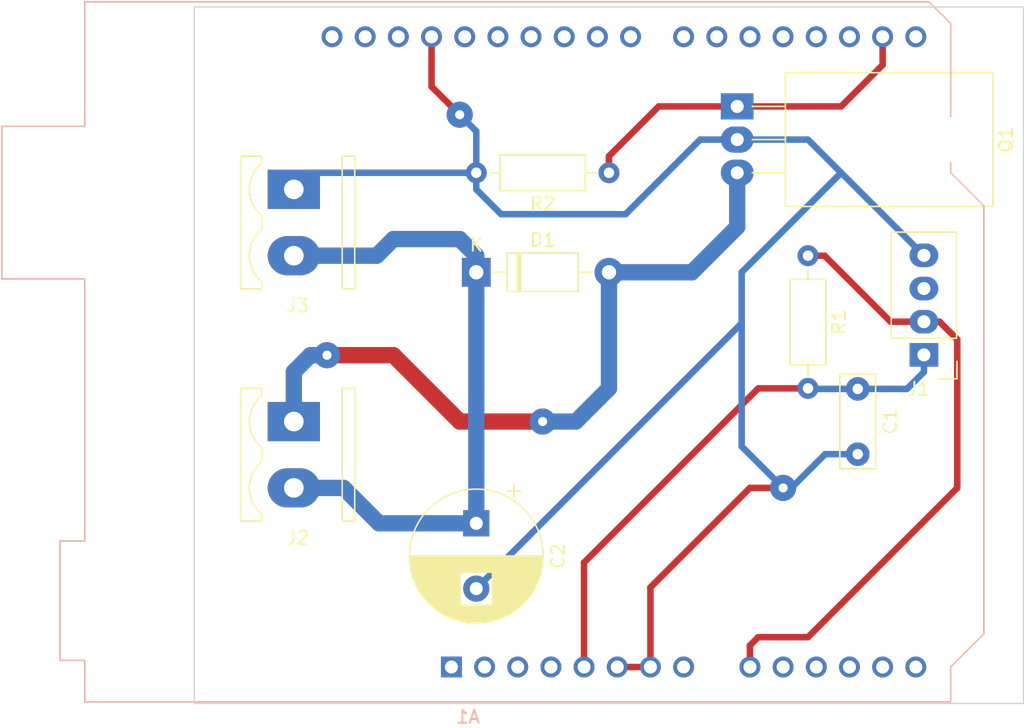
<source format=kicad_pcb>
(kicad_pcb (version 20211014) (generator pcbnew)
  (layers (0 "F.Cu" signal) (31 "B.Cu" signal) (34 "B.Paste" user) (35 "F.Paste" user) (36 "B.SilkS" user "B.Silkscreen") (37 "F.SilkS" user "F.Silkscreen") (38 "B.Mask" user) (39 "F.Mask" user) (44 "Edge.Cuts" user))
  (net 0 "")
  (net 1 "+12V")
  (net 2 "Net-(D1-Pad2)")
  (net 6 "GND")
  (net 9 "/5V")
  (net 10 "/A0")
  (net 19 "/D1")
  (footprint "FootprintGamelGe2_v6:CP_Radial_D10.0mm_P5.00mm" (layer "F.Cu") (at 217.17 91.612323 -90)
    (fp_text reference "C2" (at 2.5 -6.25 90) (layer "F.SilkS"))
    (fp_text value "Cp")
    (fp_line (start 5.621 -4.02) (end 5.621 -1.241) (layer "F.SilkS") (width 0.12))
    (fp_line (start 6.181 1.241) (end 6.181 3.52) (layer "F.SilkS") (width 0.12))
    (fp_line (start 2.5 -5.08) (end 2.5 5.08) (layer "F.SilkS") (width 0.12))
    (fp_line (start 5.301 1.241) (end 5.301 4.247) (layer "F.SilkS") (width 0.12))
    (fp_line (start 4.141 -4.811) (end 4.141 -1.241) (layer "F.SilkS") (width 0.12))
    (fp_line (start 4.381 -4.723) (end 4.381 -1.241) (layer "F.SilkS") (width 0.12))
    (fp_line (start 4.301 -4.754) (end 4.301 -1.241) (layer "F.SilkS") (width 0.12))
    (fp_line (start 6.141 1.241) (end 6.141 3.561) (layer "F.SilkS") (width 0.12))
    (fp_line (start 4.941 -4.462) (end 4.941 -1.241) (layer "F.SilkS") (width 0.12))
    (fp_line (start 4.101 1.241) (end 4.101 4.824) (layer "F.SilkS") (width 0.12))
    (fp_line (start 4.501 -4.674) (end 4.501 -1.241) (layer "F.SilkS") (width 0.12))
    (fp_line (start 3.581 -4.965) (end 3.581 4.965) (layer "F.SilkS") (width 0.12))
    (fp_line (start 4.381 1.241) (end 4.381 4.723) (layer "F.SilkS") (width 0.12))
    (fp_line (start 5.821 1.241) (end 5.821 3.858) (layer "F.SilkS") (width 0.12))
    (fp_line (start 6.061 -3.64) (end 6.061 -1.241) (layer "F.SilkS") (width 0.12))
    (fp_line (start 5.941 -3.753) (end 5.941 -1.241) (layer "F.SilkS") (width 0.12))
    (fp_line (start 5.141 -4.347) (end 5.141 -1.241) (layer "F.SilkS") (width 0.12))
    (fp_line (start 3.341 -5.011) (end 3.341 5.011) (layer "F.SilkS") (width 0.12))
    (fp_line (start 4.061 1.241) (end 4.061 4.837) (layer "F.SilkS") (width 0.12))
    (fp_line (start 4.981 -4.44) (end 4.981 -1.241) (layer "F.SilkS") (width 0.12))
    (fp_line (start 4.861 -4.504) (end 4.861 -1.241) (layer "F.SilkS") (width 0.12))
    (fp_line (start 5.421 -4.166) (end 5.421 -1.241) (layer "F.SilkS") (width 0.12))
    (fp_line (start 5.701 1.241) (end 5.701 3.957) (layer "F.SilkS") (width 0.12))
    (fp_line (start 6.901 -2.579) (end 6.901 2.579) (layer "F.SilkS") (width 0.12))
    (fp_line (start 4.061 -4.837) (end 4.061 -1.241) (layer "F.SilkS") (width 0.12))
    (fp_line (start 5.661 1.241) (end 5.661 3.989) (layer "F.SilkS") (width 0.12))
    (fp_line (start 4.421 -4.707) (end 4.421 -1.241) (layer "F.SilkS") (width 0.12))
    (fp_line (start 4.901 -4.483) (end 4.901 -1.241) (layer "F.SilkS") (width 0.12))
    (fp_line (start 4.661 1.241) (end 4.661 4.603) (layer "F.SilkS") (width 0.12))
    (fp_line (start 2.74 -5.075) (end 2.74 5.075) (layer "F.SilkS") (width 0.12))
    (fp_line (start 5.261 -4.273) (end 5.261 -1.241) (layer "F.SilkS") (width 0.12))
    (fp_line (start 4.541 -4.657) (end 4.541 -1.241) (layer "F.SilkS") (width 0.12))
    (fp_line (start 6.381 -3.301) (end 6.381 3.301) (layer "F.SilkS") (width 0.12))
    (fp_line (start 4.421 1.241) (end 4.421 4.707) (layer "F.SilkS") (width 0.12))
    (fp_line (start 5.341 -4.221) (end 5.341 -1.241) (layer "F.SilkS") (width 0.12))
    (fp_line (start 4.581 1.241) (end 4.581 4.639) (layer "F.SilkS") (width 0.12))
    (fp_line (start 6.741 -2.83) (end 6.741 2.83) (layer "F.SilkS") (width 0.12))
    (fp_line (start 4.341 1.241) (end 4.341 4.738) (layer "F.SilkS") (width 0.12))
    (fp_line (start 5.741 -3.925) (end 5.741 -1.241) (layer "F.SilkS") (width 0.12))
    (fp_line (start 3.14 -5.04) (end 3.14 5.04) (layer "F.SilkS") (width 0.12))
    (fp_line (start 3.461 -4.99) (end 3.461 4.99) (layer "F.SilkS") (width 0.12))
    (fp_line (start 4.621 1.241) (end 4.621 4.621) (layer "F.SilkS") (width 0.12))
    (fp_line (start 5.941 1.241) (end 5.941 3.753) (layer "F.SilkS") (width 0.12))
    (fp_line (start 3.981 1.241) (end 3.981 4.862) (layer "F.SilkS") (width 0.12))
    (fp_line (start 4.301 1.241) (end 4.301 4.754) (layer "F.SilkS") (width 0.12))
    (fp_line (start 3.381 -5.004) (end 3.381 5.004) (layer "F.SilkS") (width 0.12))
    (fp_line (start 5.181 -4.323) (end 5.181 -1.241) (layer "F.SilkS") (width 0.12))
    (fp_line (start 7.021 -2.365) (end 7.021 2.365) (layer "F.SilkS") (width 0.12))
    (fp_line (start 3.02 -5.054) (end 3.02 5.054) (layer "F.SilkS") (width 0.12))
    (fp_line (start 4.461 1.241) (end 4.461 4.69) (layer "F.SilkS") (width 0.12))
    (fp_line (start 2.78 -5.073) (end 2.78 5.073) (layer "F.SilkS") (width 0.12))
    (fp_line (start 5.461 -4.138) (end 5.461 -1.241) (layer "F.SilkS") (width 0.12))
    (fp_line (start 7.381 -1.51) (end 7.381 1.51) (layer "F.SilkS") (width 0.12))
    (fp_line (start 5.741 1.241) (end 5.741 3.925) (layer "F.SilkS") (width 0.12))
    (fp_line (start 3.901 1.241) (end 3.901 4.885) (layer "F.SilkS") (width 0.12))
    (fp_line (start 2.58 -5.08) (end 2.58 5.08) (layer "F.SilkS") (width 0.12))
    (fp_line (start 5.541 -4.08) (end 5.541 -1.241) (layer "F.SilkS") (width 0.12))
    (fp_line (start 5.421 1.241) (end 5.421 4.166) (layer "F.SilkS") (width 0.12))
    (fp_line (start 5.381 1.241) (end 5.381 4.194) (layer "F.SilkS") (width 0.12))
    (fp_line (start 7.301 -1.742) (end 7.301 1.742) (layer "F.SilkS") (width 0.12))
    (fp_line (start 6.581 -3.054) (end 6.581 3.054) (layer "F.SilkS") (width 0.12))
    (fp_line (start 5.141 1.241) (end 5.141 4.347) (layer "F.SilkS") (width 0.12))
    (fp_line (start 5.581 1.241) (end 5.581 4.05) (layer "F.SilkS") (width 0.12))
    (fp_line (start 5.981 1.241) (end 5.981 3.716) (layer "F.SilkS") (width 0.12))
    (fp_line (start 3.06 -5.05) (end 3.06 5.05) (layer "F.SilkS") (width 0.12))
    (fp_line (start 7.341 -1.63) (end 7.341 1.63) (layer "F.SilkS") (width 0.12))
    (fp_line (start 5.861 1.241) (end 5.861 3.824) (layer "F.SilkS") (width 0.12))
    (fp_line (start 4.781 1.241) (end 4.781 4.545) (layer "F.SilkS") (width 0.12))
    (fp_line (start 6.221 1.241) (end 6.221 3.478) (layer "F.SilkS") (width 0.12))
    (fp_line (start 4.781 -4.545) (end 4.781 -1.241) (layer "F.SilkS") (width 0.12))
    (fp_line (start 5.461 1.241) (end 5.461 4.138) (layer "F.SilkS") (width 0.12))
    (fp_line (start 5.021 1.241) (end 5.021 4.417) (layer "F.SilkS") (width 0.12))
    (fp_line (start 3.821 -4.907) (end 3.821 -1.241) (layer "F.SilkS") (width 0.12))
    (fp_line (start 2.94 -5.062) (end 2.94 5.062) (layer "F.SilkS") (width 0.12))
    (fp_line (start 4.941 1.241) (end 4.941 4.462) (layer "F.SilkS") (width 0.12))
    (fp_line (start 4.661 -4.603) (end 4.661 -1.241) (layer "F.SilkS") (width 0.12))
    (fp_line (start 3.501 -4.982) (end 3.501 4.982) (layer "F.SilkS") (width 0.12))
    (fp_line (start 5.821 -3.858) (end 5.821 -1.241) (layer "F.SilkS") (width 0.12))
    (fp_line (start 7.581 -0.599) (end 7.581 0.599) (layer "F.SilkS") (width 0.12))
    (fp_line (start 3.661 -4.947) (end 3.661 4.947) (layer "F.SilkS") (width 0.12))
    (fp_line (start 3.981 -4.862) (end 3.981 -1.241) (layer "F.SilkS") (width 0.12))
    (fp_line (start 4.221 -4.783) (end 4.221 -1.241) (layer "F.SilkS") (width 0.12))
    (fp_line (start 7.501 -1.062) (end 7.501 1.062) (layer "F.SilkS") (width 0.12))
    (fp_line (start 7.221 -1.944) (end 7.221 1.944) (layer "F.SilkS") (width 0.12))
    (fp_line (start 4.021 1.241) (end 4.021 4.85) (layer "F.SilkS") (width 0.12))
    (fp_line (start 4.901 1.241) (end 4.901 4.483) (layer "F.SilkS") (width 0.12))
    (fp_line (start 3.701 -4.938) (end 3.701 4.938) (layer "F.SilkS") (width 0.12))
    (fp_line (start 5.021 -4.417) (end 5.021 -1.241) (layer "F.SilkS") (width 0.12))
    (fp_line (start 6.221 -3.478) (end 6.221 -1.241) (layer "F.SilkS") (width 0.12))
    (fp_line (start 4.261 1.241) (end 4.261 4.768) (layer "F.SilkS") (width 0.12))
    (fp_line (start 6.821 -2.709) (end 6.821 2.709) (layer "F.SilkS") (width 0.12))
    (fp_line (start 5.061 1.241) (end 5.061 4.395) (layer "F.SilkS") (width 0.12))
    (fp_line (start 5.861 -3.824) (end 5.861 -1.241) (layer "F.SilkS") (width 0.12))
    (fp_line (start 2.9 -5.065) (end 2.9 5.065) (layer "F.SilkS") (width 0.12))
    (fp_line (start 6.021 -3.679) (end 6.021 -1.241) (layer "F.SilkS") (width 0.12))
    (fp_line (start 4.541 1.241) (end 4.541 4.657) (layer "F.SilkS") (width 0.12))
    (fp_line (start 5.621 1.241) (end 5.621 4.02) (layer "F.SilkS") (width 0.12))
    (fp_line (start 7.141 -2.125) (end 7.141 2.125) (layer "F.SilkS") (width 0.12))
    (fp_line (start -2.479646 -3.375) (end -2.479646 -2.375) (layer "F.SilkS") (width 0.12))
    (fp_line (start 6.301 -3.392) (end 6.301 3.392) (layer "F.SilkS") (width 0.12))
    (fp_line (start 3.941 1.241) (end 3.941 4.874) (layer "F.SilkS") (width 0.12))
    (fp_line (start 4.861 1.241) (end 4.861 4.504) (layer "F.SilkS") (width 0.12))
    (fp_line (start 4.021 -4.85) (end 4.021 -1.241) (layer "F.SilkS") (width 0.12))
    (fp_line (start 4.261 -4.768) (end 4.261 -1.241) (layer "F.SilkS") (width 0.12))
    (fp_line (start 2.86 -5.068) (end 2.86 5.068) (layer "F.SilkS") (width 0.12))
    (fp_line (start 2.66 -5.078) (end 2.66 5.078) (layer "F.SilkS") (width 0.12))
    (fp_line (start 3.541 -4.974) (end 3.541 4.974) (layer "F.SilkS") (width 0.12))
    (fp_line (start 2.7 -5.077) (end 2.7 5.077) (layer "F.SilkS") (width 0.12))
    (fp_line (start 6.061 1.241) (end 6.061 3.64) (layer "F.SilkS") (width 0.12))
    (fp_line (start 7.461 -1.23) (end 7.461 1.23) (layer "F.SilkS") (width 0.12))
    (fp_line (start 2.98 -5.058) (end 2.98 5.058) (layer "F.SilkS") (width 0.12))
    (fp_line (start 6.421 -3.254) (end 6.421 3.254) (layer "F.SilkS") (width 0.12))
    (fp_line (start 4.141 1.241) (end 4.141 4.811) (layer "F.SilkS") (width 0.12))
    (fp_line (start 4.701 1.241) (end 4.701 4.584) (layer "F.SilkS") (width 0.12))
    (fp_line (start 5.101 1.241) (end 5.101 4.371) (layer "F.SilkS") (width 0.12))
    (fp_line (start 6.261 -3.436) (end 6.261 3.436) (layer "F.SilkS") (width 0.12))
    (fp_line (start 5.981 -3.716) (end 5.981 -1.241) (layer "F.SilkS") (width 0.12))
    (fp_line (start 4.741 1.241) (end 4.741 4.564) (layer "F.SilkS") (width 0.12))
    (fp_line (start 6.181 -3.52) (end 6.181 -1.241) (layer "F.SilkS") (width 0.12))
    (fp_line (start 7.101 -2.209) (end 7.101 2.209) (layer "F.SilkS") (width 0.12))
    (fp_line (start 5.221 -4.298) (end 5.221 -1.241) (layer "F.SilkS") (width 0.12))
    (fp_line (start 5.301 -4.247) (end 5.301 -1.241) (layer "F.SilkS") (width 0.12))
    (fp_line (start 5.501 1.241) (end 5.501 4.11) (layer "F.SilkS") (width 0.12))
    (fp_line (start 5.781 1.241) (end 5.781 3.892) (layer "F.SilkS") (width 0.12))
    (fp_line (start 3.621 -4.956) (end 3.621 4.956) (layer "F.SilkS") (width 0.12))
    (fp_line (start 6.701 -2.889) (end 6.701 2.889) (layer "F.SilkS") (width 0.12))
    (fp_line (start 5.341 1.241) (end 5.341 4.221) (layer "F.SilkS") (width 0.12))
    (fp_line (start 2.54 -5.08) (end 2.54 5.08) (layer "F.SilkS") (width 0.12))
    (fp_line (start 6.341 -3.347) (end 6.341 3.347) (layer "F.SilkS") (width 0.12))
    (fp_line (start 6.621 -3) (end 6.621 3) (layer "F.SilkS") (width 0.12))
    (fp_line (start 3.781 -4.918) (end 3.781 -1.241) (layer "F.SilkS") (width 0.12))
    (fp_line (start 5.261 1.241) (end 5.261 4.273) (layer "F.SilkS") (width 0.12))
    (fp_line (start 3.861 1.241) (end 3.861 4.897) (layer "F.SilkS") (width 0.12))
    (fp_line (start 4.621 -4.621) (end 4.621 -1.241) (layer "F.SilkS") (width 0.12))
    (fp_line (start 7.541 -0.862) (end 7.541 0.862) (layer "F.SilkS") (width 0.12))
    (fp_line (start 5.901 1.241) (end 5.901 3.789) (layer "F.SilkS") (width 0.12))
    (fp_line (start 7.181 -2.037) (end 7.181 2.037) (layer "F.SilkS") (width 0.12))
    (fp_line (start 5.581 -4.05) (end 5.581 -1.241) (layer "F.SilkS") (width 0.12))
    (fp_line (start 5.701 -3.957) (end 5.701 -1.241) (layer "F.SilkS") (width 0.12))
    (fp_line (start 5.781 -3.892) (end 5.781 -1.241) (layer "F.SilkS") (width 0.12))
    (fp_line (start 3.821 1.241) (end 3.821 4.907) (layer "F.SilkS") (width 0.12))
    (fp_line (start 6.461 -3.206) (end 6.461 3.206) (layer "F.SilkS") (width 0.12))
    (fp_line (start 3.941 -4.874) (end 3.941 -1.241) (layer "F.SilkS") (width 0.12))
    (fp_line (start 5.541 1.241) (end 5.541 4.08) (layer "F.SilkS") (width 0.12))
    (fp_line (start 4.461 -4.69) (end 4.461 -1.241) (layer "F.SilkS") (width 0.12))
    (fp_line (start 3.18 -5.035) (end 3.18 5.035) (layer "F.SilkS") (width 0.12))
    (fp_line (start -2.979646 -2.875) (end -1.979646 -2.875) (layer "F.SilkS") (width 0.12))
    (fp_line (start 5.181 1.241) (end 5.181 4.323) (layer "F.SilkS") (width 0.12))
    (fp_line (start 3.781 1.241) (end 3.781 4.918) (layer "F.SilkS") (width 0.12))
    (fp_line (start 3.1 -5.045) (end 3.1 5.045) (layer "F.SilkS") (width 0.12))
    (fp_line (start 4.821 -4.525) (end 4.821 -1.241) (layer "F.SilkS") (width 0.12))
    (fp_line (start 4.221 1.241) (end 4.221 4.783) (layer "F.SilkS") (width 0.12))
    (fp_line (start 3.901 -4.885) (end 3.901 -1.241) (layer "F.SilkS") (width 0.12))
    (fp_line (start 5.661 -3.989) (end 5.661 -1.241) (layer "F.SilkS") (width 0.12))
    (fp_line (start 6.861 -2.645) (end 6.861 2.645) (layer "F.SilkS") (width 0.12))
    (fp_line (start 6.501 -3.156) (end 6.501 3.156) (layer "F.SilkS") (width 0.12))
    (fp_line (start 4.501 1.241) (end 4.501 4.674) (layer "F.SilkS") (width 0.12))
    (fp_line (start 6.101 -3.601) (end 6.101 -1.241) (layer "F.SilkS") (width 0.12))
    (fp_line (start 5.901 -3.789) (end 5.901 -1.241) (layer "F.SilkS") (width 0.12))
    (fp_line (start 3.421 -4.997) (end 3.421 4.997) (layer "F.SilkS") (width 0.12))
    (fp_line (start 3.301 -5.018) (end 3.301 5.018) (layer "F.SilkS") (width 0.12))
    (fp_line (start 7.421 -1.378) (end 7.421 1.378) (layer "F.SilkS") (width 0.12))
    (fp_line (start 6.941 -2.51) (end 6.941 2.51) (layer "F.SilkS") (width 0.12))
    (fp_line (start 4.101 -4.824) (end 4.101 -1.241) (layer "F.SilkS") (width 0.12))
    (fp_line (start 5.061 -4.395) (end 5.061 -1.241) (layer "F.SilkS") (width 0.12))
    (fp_line (start 5.221 1.241) (end 5.221 4.298) (layer "F.SilkS") (width 0.12))
    (fp_line (start 7.061 -2.289) (end 7.061 2.289) (layer "F.SilkS") (width 0.12))
    (fp_line (start 2.82 -5.07) (end 2.82 5.07) (layer "F.SilkS") (width 0.12))
    (fp_line (start 2.62 -5.079) (end 2.62 5.079) (layer "F.SilkS") (width 0.12))
    (fp_line (start 4.581 -4.639) (end 4.581 -1.241) (layer "F.SilkS") (width 0.12))
    (fp_line (start 6.101 1.241) (end 6.101 3.601) (layer "F.SilkS") (width 0.12))
    (fp_line (start 4.701 -4.584) (end 4.701 -1.241) (layer "F.SilkS") (width 0.12))
    (fp_line (start 3.261 -5.024) (end 3.261 5.024) (layer "F.SilkS") (width 0.12))
    (fp_line (start 6.541 -3.106) (end 6.541 3.106) (layer "F.SilkS") (width 0.12))
    (fp_line (start 4.821 1.241) (end 4.821 4.525) (layer "F.SilkS") (width 0.12))
    (fp_line (start 4.741 -4.564) (end 4.741 -1.241) (layer "F.SilkS") (width 0.12))
    (fp_line (start 4.181 1.241) (end 4.181 4.797) (layer "F.SilkS") (width 0.12))
    (fp_line (start 3.741 -4.928) (end 3.741 4.928) (layer "F.SilkS") (width 0.12))
    (fp_line (start 3.861 -4.897) (end 3.861 -1.241) (layer "F.SilkS") (width 0.12))
    (fp_line (start 5.501 -4.11) (end 5.501 -1.241) (layer "F.SilkS") (width 0.12))
    (fp_line (start 7.261 -1.846) (end 7.261 1.846) (layer "F.SilkS") (width 0.12))
    (fp_line (start 5.381 -4.194) (end 5.381 -1.241) (layer "F.SilkS") (width 0.12))
    (fp_line (start 6.661 -2.945) (end 6.661 2.945) (layer "F.SilkS") (width 0.12))
    (fp_line (start 4.181 -4.797) (end 4.181 -1.241) (layer "F.SilkS") (width 0.12))
    (fp_line (start 6.141 -3.561) (end 6.141 -1.241) (layer "F.SilkS") (width 0.12))
    (fp_line (start 6.021 1.241) (end 6.021 3.679) (layer "F.SilkS") (width 0.12))
    (fp_line (start 6.781 -2.77) (end 6.781 2.77) (layer "F.SilkS") (width 0.12))
    (fp_line (start 6.981 -2.439) (end 6.981 2.439) (layer "F.SilkS") (width 0.12))
    (fp_line (start 4.981 1.241) (end 4.981 4.44) (layer "F.SilkS") (width 0.12))
    (fp_line (start 5.101 -4.371) (end 5.101 -1.241) (layer "F.SilkS") (width 0.12))
    (fp_line (start 4.341 -4.738) (end 4.341 -1.241) (layer "F.SilkS") (width 0.12))
    (fp_line (start 3.221 -5.03) (end 3.221 5.03) (layer "F.SilkS") (width 0.12))
    (fp_circle (center 2.5 0) (end 7.62 0) (layer "F.SilkS") (width 0.12) (fill none))
    (pad "1" thru_hole rect (at 0 0 270) (size 2 2) (drill 1) (layers *.Cu *.Mask) (net 1 "+12V"))
    (pad "2" thru_hole circle (at 5 0 270) (size 2 2) (drill 1) (layers *.Cu *.Mask) (net 6 "GND"))
  )
  (footprint "FootprintGamelGe2_v6:C_Rect_L7.0mm_W2.5mm_P5.00mm" (layer "F.Cu") (at 246.38 81.32 -90)
    (fp_text reference "C1" (at 2.5 -2.5 90) (layer "F.SilkS"))
    (fp_text value "C")
    (fp_line (start 6.12 -1.37) (end 6.12 1.37) (layer "F.SilkS") (width 0.12))
    (fp_line (start -1.12 -1.37) (end -1.12 1.37) (layer "F.SilkS") (width 0.12))
    (fp_line (start -1.12 1.37) (end 6.12 1.37) (layer "F.SilkS") (width 0.12))
    (fp_line (start -1.12 -1.37) (end 6.12 -1.37) (layer "F.SilkS") (width 0.12))
    (pad "1" thru_hole circle (at 0 0 270) (size 1.8 1.8) (drill 0.8) (layers *.Cu *.Mask) (net 9 "/5V"))
    (pad "2" thru_hole circle (at 5 0 270) (size 1.8 1.8) (drill 0.8) (layers *.Cu *.Mask) (net 6 "GND"))
  )
  (footprint "FootprintGamelGe2_v6:TO-220-3_Horizontal_TabDown" (layer "F.Cu") (at 237.15 59.69 -90)
    (fp_text reference "Q1" (at 2.54 -20.58 90) (layer "F.SilkS"))
    (fp_text value "IRL510")
    (fp_line (start -2.58 -19.58) (end 7.66 -19.58) (layer "F.SilkS") (width 0.12))
    (fp_line (start 7.66 -19.58) (end 7.66 -3.69) (layer "F.SilkS") (width 0.12))
    (fp_line (start 0 -3.69) (end 0 -1.15) (layer "F.SilkS") (width 0.12))
    (fp_line (start -2.58 -19.58) (end -2.58 -3.69) (layer "F.SilkS") (width 0.12))
    (fp_line (start -2.58 -3.69) (end 7.66 -3.69) (layer "F.SilkS") (width 0.12))
    (fp_line (start 2.54 -3.69) (end 2.54 -1.15) (layer "F.SilkS") (width 0.12))
    (fp_line (start 5.08 -3.69) (end 5.08 -1.15) (layer "F.SilkS") (width 0.12))
    (pad "" np_thru_hole oval (at 2.54 -16.66 270) (size 3.5 3.5) (drill 3.5) (layers *.Cu *.Mask))
    (pad "1" thru_hole rect (at 0 0 270) (size 2 2.5) (drill 1) (layers *.Cu *.Mask) (net 19 "/D1"))
    (pad "2" thru_hole oval (at 2.54 0 270) (size 2 2.5) (drill 1) (layers *.Cu *.Mask) (net 6 "GND"))
    (pad "3" thru_hole oval (at 5.08 0 270) (size 2 2.5) (drill 1) (layers *.Cu *.Mask) (net 2 "Net-(D1-Pad2)"))
  )
  (footprint "FootprintGamelGe2_v6:R_Axial_DIN0207_L6.3mm_D2.5mm_P10.16mm_Horizontal" (layer "F.Cu") (at 227.33 64.77 180)
    (fp_text reference "R2" (at 5.08 -2.37) (layer "F.SilkS"))
    (fp_text value "R")
    (fp_line (start 9.12 0) (end 8.35 0) (layer "F.SilkS") (width 0.12))
    (fp_line (start 1.81 1.37) (end 8.35 1.37) (layer "F.SilkS") (width 0.12))
    (fp_line (start 1.04 0) (end 1.81 0) (layer "F.SilkS") (width 0.12))
    (fp_line (start 8.35 1.37) (end 8.35 -1.37) (layer "F.SilkS") (width 0.12))
    (fp_line (start 8.35 -1.37) (end 1.81 -1.37) (layer "F.SilkS") (width 0.12))
    (fp_line (start 1.81 -1.37) (end 1.81 1.37) (layer "F.SilkS") (width 0.12))
    (pad "1" thru_hole circle (at 0 0 180) (size 1.6 1.6) (drill 0.8) (layers *.Cu *.Mask) (net 19 "/D1"))
    (pad "2" thru_hole oval (at 10.16 0 180) (size 1.6 1.6) (drill 0.8) (layers *.Cu *.Mask) (net 6 "GND"))
  )
  (footprint "Diode_THT:D_DO-41_SOD81_P10.16mm_Horizontal" (layer "F.Cu") (at 217.17 72.39)
    (fp_text reference "D1" (at 5.08 -2.47) (layer "F.SilkS"))
    (fp_text value "1N4001")
    (fp_text user "K" (at 0 -2.1) (layer "F.SilkS"))
    (fp_line (start 7.8 1.47) (end 7.8 -1.47) (layer "F.SilkS") (width 0.12))
    (fp_line (start 2.36 1.47) (end 7.8 1.47) (layer "F.SilkS") (width 0.12))
    (fp_line (start 2.36 -1.47) (end 2.36 1.47) (layer "F.SilkS") (width 0.12))
    (fp_line (start 8.82 0) (end 7.8 0) (layer "F.SilkS") (width 0.12))
    (fp_line (start 7.8 -1.47) (end 2.36 -1.47) (layer "F.SilkS") (width 0.12))
    (fp_line (start 3.14 -1.47) (end 3.14 1.47) (layer "F.SilkS") (width 0.12))
    (fp_line (start 1.34 0) (end 2.36 0) (layer "F.SilkS") (width 0.12))
    (fp_line (start 3.26 -1.47) (end 3.26 1.47) (layer "F.SilkS") (width 0.12))
    (fp_line (start 3.38 -1.47) (end 3.38 1.47) (layer "F.SilkS") (width 0.12))
    (pad "1" thru_hole rect (at 0 0) (size 2.2 2.2) (drill 1.1) (layers *.Cu *.Mask) (net 1 "+12V"))
    (pad "2" thru_hole oval (at 10.16 0) (size 2.2 2.2) (drill 1.1) (layers *.Cu *.Mask) (net 2 "Net-(D1-Pad2)"))
  )
  (footprint "FootprintGamelGe2_v6:R_Axial_DIN0207_L6.3mm_D2.5mm_P10.16mm_Horizontal" (layer "F.Cu") (at 242.57 71.12 -90)
    (fp_text reference "R1" (at 5.08 -2.37 90) (layer "F.SilkS"))
    (fp_text value "R")
    (fp_line (start 8.35 -1.37) (end 1.81 -1.37) (layer "F.SilkS") (width 0.12))
    (fp_line (start 1.81 1.37) (end 8.35 1.37) (layer "F.SilkS") (width 0.12))
    (fp_line (start 9.12 0) (end 8.35 0) (layer "F.SilkS") (width 0.12))
    (fp_line (start 1.04 0) (end 1.81 0) (layer "F.SilkS") (width 0.12))
    (fp_line (start 1.81 -1.37) (end 1.81 1.37) (layer "F.SilkS") (width 0.12))
    (fp_line (start 8.35 1.37) (end 8.35 -1.37) (layer "F.SilkS") (width 0.12))
    (pad "1" thru_hole circle (at 0 0 270) (size 1.6 1.6) (drill 0.8) (layers *.Cu *.Mask) (net 10 "/A0"))
    (pad "2" thru_hole oval (at 10.16 0 270) (size 1.6 1.6) (drill 0.8) (layers *.Cu *.Mask) (net 9 "/5V"))
  )
  (footprint "FootprintGamelGe2_v6:Autocom4" (layer "F.Cu") (at 251.445 78.715 180)
    (fp_text reference "J1" (at 0.4 -2.6) (layer "F.SilkS"))
    (fp_text value "Autocom4")
    (fp_line (start 2.5 1.3) (end 2.5 9.4) (layer "F.SilkS") (width 0.12))
    (fp_line (start -2.5 1.27) (end 2.5 1.27) (layer "F.SilkS") (width 0.12))
    (fp_line (start -2.53 -0.5) (end -2.53 -1.83) (layer "F.SilkS") (width 0.12))
    (fp_line (start -2.5 1.27) (end -2.5 9.4) (layer "F.SilkS") (width 0.12))
    (fp_line (start -2.5 9.4) (end 2.5 9.4) (layer "F.SilkS") (width 0.12))
    (fp_line (start -2.53 -1.83) (end -1.2 -1.83) (layer "F.SilkS") (width 0.12))
    (pad "1" thru_hole rect (at 0 0 180) (size 2.2 1.8) (drill 1) (layers *.Cu *.Mask) (net 9 "/5V"))
    (pad "2" thru_hole oval (at 0 2.54 180) (size 2.2 1.8) (drill 1) (layers *.Cu *.Mask) (net 10 "/A0"))
    (pad "3" thru_hole oval (at 0 5.08 180) (size 2.2 1.8) (drill 1) (layers *.Cu *.Mask))
    (pad "4" thru_hole oval (at 0 7.62 180) (size 2.2 1.8) (drill 1) (layers *.Cu *.Mask) (net 6 "GND"))
  )
  (footprint "FootprintGamelGe2_v6:OmnimateSL-5,08_1x02_P5.08mm_Vertical" (layer "F.Cu") (at 203.2 66.04 -90)
    (fp_text reference "J3" (at 8.9 -0.3) (layer "F.SilkS"))
    (fp_text value "Omnimate2")
    (fp_line (start -2.54 4.072) (end 7.62 4.072) (layer "F.SilkS") (width 0.12))
    (fp_line (start -2 2.462) (end -2.54 2.462) (layer "F.SilkS") (width 0.12))
    (fp_line (start 7.62 4.072) (end 7.62 2.4972) (layer "F.SilkS") (width 0.12))
    (fp_line (start -2.54 -3.7) (end 7.62 -3.7) (layer "F.SilkS") (width 0.12))
    (fp_line (start 7.62 -3.7) (end 7.62 -4.664) (layer "F.SilkS") (width 0.12))
    (fp_line (start 7.62 2.462) (end 7.08 2.462) (layer "F.SilkS") (width 0.12))
    (fp_line (start -2.54 4.072) (end -2.54 2.4972) (layer "F.SilkS") (width 0.12))
    (fp_line (start -2.54 -4.664) (end 7.62 -4.664) (layer "F.SilkS") (width 0.12))
    (fp_line (start 2 2.462) (end 3.08 2.462) (layer "F.SilkS") (width 0.12))
    (fp_line (start -2.54 -3.7) (end -2.54 -4.664) (layer "F.SilkS") (width 0.12))
    (fp_arc (start 1.986842 2.477821) (mid -0.010289 3.404758) (end -2 2.462) (layer "F.SilkS") (width 0.12))
    (fp_arc (start 7.066842 2.477821) (mid 5.069711 3.404758) (end 3.08 2.462) (layer "F.SilkS") (width 0.12))
    (pad "1" thru_hole rect (at 0 0 270) (size 3 4) (drill 1.5) (layers *.Cu *.Mask) (net 6 "GND"))
    (pad "2" thru_hole oval (at 5.08 0 270) (size 3 4) (drill 1.5) (layers *.Cu *.Mask) (net 1 "+12V"))
  )
  (footprint "FootprintGamelGe2_v6:OmnimateSL-5,08_1x02_P5.08mm_Vertical" (layer "F.Cu") (at 203.2 83.82 -90)
    (fp_text reference "J2" (at 8.9 -0.3) (layer "F.SilkS"))
    (fp_text value "Omnimate2")
    (fp_line (start 2 2.462) (end 3.08 2.462) (layer "F.SilkS") (width 0.12))
    (fp_line (start -2 2.462) (end -2.54 2.462) (layer "F.SilkS") (width 0.12))
    (fp_line (start 7.62 4.072) (end 7.62 2.4972) (layer "F.SilkS") (width 0.12))
    (fp_line (start 7.62 2.462) (end 7.08 2.462) (layer "F.SilkS") (width 0.12))
    (fp_line (start -2.54 -3.7) (end -2.54 -4.664) (layer "F.SilkS") (width 0.12))
    (fp_line (start -2.54 4.072) (end -2.54 2.4972) (layer "F.SilkS") (width 0.12))
    (fp_line (start 7.62 -3.7) (end 7.62 -4.664) (layer "F.SilkS") (width 0.12))
    (fp_line (start -2.54 4.072) (end 7.62 4.072) (layer "F.SilkS") (width 0.12))
    (fp_line (start -2.54 -3.7) (end 7.62 -3.7) (layer "F.SilkS") (width 0.12))
    (fp_line (start -2.54 -4.664) (end 7.62 -4.664) (layer "F.SilkS") (width 0.12))
    (fp_arc (start 7.066842 2.477821) (mid 5.069711 3.404758) (end 3.08 2.462) (layer "F.SilkS") (width 0.12))
    (fp_arc (start 1.986842 2.477821) (mid -0.010289 3.404758) (end -2 2.462) (layer "F.SilkS") (width 0.12))
    (pad "1" thru_hole rect (at 0 0 270) (size 3 4) (drill 1.5) (layers *.Cu *.Mask) (net 2 "Net-(D1-Pad2)"))
    (pad "2" thru_hole oval (at 5.08 0 270) (size 3 4) (drill 1.5) (layers *.Cu *.Mask) (net 1 "+12V"))
  )
  (footprint "Module:Arduino_UNO_R3" (layer "B.Cu") (at 215.265 102.616)
    (fp_text reference "A1" (at 1.27 3.81) (layer "B.SilkS") (effects (justify mirror)))
    (fp_text value "Arduino_UNO_R3")
    (fp_line (start 38.23 2.67) (end -28.07 2.67) (layer "B.SilkS") (width 0.12))
    (fp_line (start -34.42 -41.4) (end -28.07 -41.4) (layer "B.SilkS") (width 0.12))
    (fp_line (start -34.42 -29.72) (end -34.42 -41.4) (layer "B.SilkS") (width 0.12))
    (fp_line (start -28.07 -50.93) (end 36.58 -50.93) (layer "B.SilkS") (width 0.12))
    (fp_line (start -28.07 2.67) (end -28.07 -0.51) (layer "B.SilkS") (width 0.12))
    (fp_line (start -29.97 -0.51) (end -29.97 -9.65) (layer "B.SilkS") (width 0.12))
    (fp_line (start 38.23 -37.85) (end 40.77 -35.31) (layer "B.SilkS") (width 0.12))
    (fp_line (start 38.23 0) (end 38.23 2.67) (layer "B.SilkS") (width 0.12))
    (fp_line (start -28.07 -29.72) (end -34.42 -29.72) (layer "B.SilkS") (width 0.12))
    (fp_line (start -28.07 -41.4) (end -28.07 -50.93) (layer "B.SilkS") (width 0.12))
    (fp_line (start -28.07 -0.51) (end -29.97 -0.51) (layer "B.SilkS") (width 0.12))
    (fp_line (start 40.77 -35.31) (end 40.77 -2.54) (layer "B.SilkS") (width 0.12))
    (fp_line (start -28.07 -9.65) (end -28.07 -29.72) (layer "B.SilkS") (width 0.12))
    (fp_line (start 36.58 -50.93) (end 38.23 -49.28) (layer "B.SilkS") (width 0.12))
    (fp_line (start -29.97 -9.65) (end -28.07 -9.65) (layer "B.SilkS") (width 0.12))
    (fp_line (start 38.23 -49.28) (end 38.23 -37.85) (layer "B.SilkS") (width 0.12))
    (fp_line (start 40.77 -2.54) (end 38.23 0) (layer "B.SilkS") (width 0.12))
    (pad "1" thru_hole rect (at 0 0 270) (size 1.6 1.6) (drill 1) (layers *.Cu *.Mask))
    (pad "2" thru_hole oval (at 2.54 0 270) (size 1.6 1.6) (drill 1) (layers *.Cu *.Mask))
    (pad "3" thru_hole oval (at 5.08 0 270) (size 1.6 1.6) (drill 1) (layers *.Cu *.Mask))
    (pad "4" thru_hole oval (at 7.62 0 270) (size 1.6 1.6) (drill 1) (layers *.Cu *.Mask))
    (pad "5" thru_hole oval (at 10.16 0 270) (size 1.6 1.6) (drill 1) (layers *.Cu *.Mask) (net 9 "/5V"))
    (pad "6" thru_hole oval (at 12.7 0 270) (size 1.6 1.6) (drill 1) (layers *.Cu *.Mask) (net 6 "GND"))
    (pad "7" thru_hole oval (at 15.24 0 270) (size 1.6 1.6) (drill 1) (layers *.Cu *.Mask) (net 6 "GND"))
    (pad "8" thru_hole oval (at 17.78 0 270) (size 1.6 1.6) (drill 1) (layers *.Cu *.Mask))
    (pad "9" thru_hole oval (at 22.86 0 270) (size 1.6 1.6) (drill 1) (layers *.Cu *.Mask) (net 10 "/A0"))
    (pad "10" thru_hole oval (at 25.4 0 270) (size 1.6 1.6) (drill 1) (layers *.Cu *.Mask))
    (pad "11" thru_hole oval (at 27.94 0 270) (size 1.6 1.6) (drill 1) (layers *.Cu *.Mask))
    (pad "12" thru_hole oval (at 30.48 0 270) (size 1.6 1.6) (drill 1) (layers *.Cu *.Mask))
    (pad "13" thru_hole oval (at 33.02 0 270) (size 1.6 1.6) (drill 1) (layers *.Cu *.Mask))
    (pad "14" thru_hole oval (at 35.56 0 270) (size 1.6 1.6) (drill 1) (layers *.Cu *.Mask))
    (pad "15" thru_hole oval (at 35.56 -48.26 270) (size 1.6 1.6) (drill 1) (layers *.Cu *.Mask))
    (pad "16" thru_hole oval (at 33.02 -48.26 270) (size 1.6 1.6) (drill 1) (layers *.Cu *.Mask) (net 19 "/D1"))
    (pad "17" thru_hole oval (at 30.48 -48.26 270) (size 1.6 1.6) (drill 1) (layers *.Cu *.Mask))
    (pad "18" thru_hole oval (at 27.94 -48.26 270) (size 1.6 1.6) (drill 1) (layers *.Cu *.Mask))
    (pad "19" thru_hole oval (at 25.4 -48.26 270) (size 1.6 1.6) (drill 1) (layers *.Cu *.Mask))
    (pad "20" thru_hole oval (at 22.86 -48.26 270) (size 1.6 1.6) (drill 1) (layers *.Cu *.Mask))
    (pad "21" thru_hole oval (at 20.32 -48.26 270) (size 1.6 1.6) (drill 1) (layers *.Cu *.Mask))
    (pad "22" thru_hole oval (at 17.78 -48.26 270) (size 1.6 1.6) (drill 1) (layers *.Cu *.Mask))
    (pad "23" thru_hole oval (at 13.72 -48.26 270) (size 1.6 1.6) (drill 1) (layers *.Cu *.Mask))
    (pad "24" thru_hole oval (at 11.18 -48.26 270) (size 1.6 1.6) (drill 1) (layers *.Cu *.Mask))
    (pad "25" thru_hole oval (at 8.64 -48.26 270) (size 1.6 1.6) (drill 1) (layers *.Cu *.Mask))
    (pad "26" thru_hole oval (at 6.1 -48.26 270) (size 1.6 1.6) (drill 1) (layers *.Cu *.Mask))
    (pad "27" thru_hole oval (at 3.56 -48.26 270) (size 1.6 1.6) (drill 1) (layers *.Cu *.Mask))
    (pad "28" thru_hole oval (at 1.02 -48.26 270) (size 1.6 1.6) (drill 1) (layers *.Cu *.Mask))
    (pad "29" thru_hole oval (at -1.52 -48.26 270) (size 1.6 1.6) (drill 1) (layers *.Cu *.Mask) (net 6 "GND"))
    (pad "30" thru_hole oval (at -4.06 -48.26 270) (size 1.6 1.6) (drill 1) (layers *.Cu *.Mask))
    (pad "31" thru_hole oval (at -6.6 -48.26 270) (size 1.6 1.6) (drill 1) (layers *.Cu *.Mask))
    (pad "32" thru_hole oval (at -9.14 -48.26 270) (size 1.6 1.6) (drill 1) (layers *.Cu *.Mask))
  )
  (gr_line (start 195.58 105.41) (end 195.58 52.07) (layer "Edge.Cuts") (width 0.1))
  (gr_line (start 195.58 105.41) (end 259.08 105.41) (layer "Edge.Cuts") (width 0.1))
  (gr_line (start 259.08 52.07) (end 259.08 105.41) (layer "Edge.Cuts") (width 0.1))
  (gr_line (start 195.58 52.07) (end 259.08 52.07) (layer "Edge.Cuts") (width 0.1))
  (segment (start 209.55 71.12) (end 210.82 69.85) (width 1.25) (layer "B.Cu") (net 1))
  (segment (start 217.17 71.12) (end 217.17 72.39) (width 1.25) (layer "B.Cu") (net 1))
  (segment (start 217.17 91.612323) (end 217.17 72.39) (width 1.25) (layer "B.Cu") (net 1))
  (segment (start 203.2 71.12) (end 209.55 71.12) (width 1.25) (layer "B.Cu") (net 1))
  (segment (start 207.01 88.9) (end 203.2 88.9) (width 1.25) (layer "B.Cu") (net 1))
  (segment (start 210.82 69.85) (end 215.9 69.85) (width 1.25) (layer "B.Cu") (net 1))
  (segment (start 217.17 91.612323) (end 209.722323 91.612323) (width 1.25) (layer "B.Cu") (net 1))
  (segment (start 209.722323 91.612323) (end 207.01 88.9) (width 1.25) (layer "B.Cu") (net 1))
  (segment (start 215.9 69.85) (end 217.17 71.12) (width 1.25) (layer "B.Cu") (net 1))
  (segment (start 222.25 83.82) (end 215.9 83.82) (width 1.25) (layer "F.Cu") (net 2))
  (segment (start 215.9 83.82) (end 210.82 78.74) (width 1.25) (layer "F.Cu") (net 2))
  (segment (start 210.82 78.74) (end 205.74 78.74) (width 1.25) (layer "F.Cu") (net 2))
  (via (at 222.25 83.82) (size 2) (drill 0.7) (layers "F.Cu" "B.Cu") (net 2))
  (via (at 205.74 78.74) (size 2) (drill 0.7) (layers "F.Cu" "B.Cu") (net 2))
  (segment (start 204.47 78.74) (end 205.74 78.74) (width 1.25) (layer "B.Cu") (net 2))
  (segment (start 203.2 80.01) (end 204.47 78.74) (width 1.25) (layer "B.Cu") (net 2))
  (segment (start 233.68 72.39) (end 227.33 72.39) (width 1.25) (layer "B.Cu") (net 2))
  (segment (start 237.15 68.92) (end 233.68 72.39) (width 1.25) (layer "B.Cu") (net 2))
  (segment (start 203.2 83.82) (end 203.2 80.01) (width 1.25) (layer "B.Cu") (net 2))
  (segment (start 227.33 81.28) (end 227.33 72.39) (width 1.25) (layer "B.Cu") (net 2))
  (segment (start 237.15 64.77) (end 237.15 68.92) (width 1.25) (layer "B.Cu") (net 2))
  (segment (start 222.25 83.82) (end 224.79 83.82) (width 1.25) (layer "B.Cu") (net 2))
  (segment (start 224.79 83.82) (end 227.33 81.28) (width 1.25) (layer "B.Cu") (net 2))
  (segment (start 251.445 71.095) (end 251.435 71.095) (width 0.5) (layer "F.Cu") (net 6))
  (segment (start 238.125 88.9) (end 230.505 96.52) (width 0.5) (layer "F.Cu") (net 6))
  (segment (start 240.665 88.9) (end 238.125 88.9) (width 0.5) (layer "F.Cu") (net 6))
  (segment (start 230.505 102.616) (end 227.965 102.616) (width 0.5) (layer "F.Cu") (net 6))
  (segment (start 213.745 58.17) (end 213.745 54.356) (width 0.5) (layer "F.Cu") (net 6))
  (segment (start 230.505 96.52) (end 230.505 102.616) (width 0.5) (layer "F.Cu") (net 6))
  (segment (start 215.9 60.325) (end 213.745 58.17) (width 0.5) (layer "F.Cu") (net 6))
  (via (at 240.665 88.9) (size 2) (drill 0.7) (layers "F.Cu" "B.Cu") (net 6))
  (via (at 215.9 60.325) (size 2) (drill 0.7) (layers "F.Cu" "B.Cu") (net 6))
  (segment (start 241.3 88.9) (end 240.665 88.9) (width 0.5) (layer "B.Cu") (net 6))
  (segment (start 228.6 67.945) (end 234.315 62.23) (width 0.5) (layer "B.Cu") (net 6))
  (segment (start 217.17 64.77) (end 217.17 61.595) (width 0.5) (layer "B.Cu") (net 6))
  (segment (start 204.47 64.77) (end 203.2 66.04) (width 0.5) (layer "B.Cu") (net 6))
  (segment (start 217.17 64.77) (end 204.47 64.77) (width 0.5) (layer "B.Cu") (net 6))
  (segment (start 242.57 62.23) (end 237.15 62.23) (width 0.5) (layer "B.Cu") (net 6))
  (segment (start 240.665 88.9) (end 237.49 85.725) (width 0.5) (layer "B.Cu") (net 6))
  (segment (start 251.445 71.095) (end 251.435 71.095) (width 0.5) (layer "B.Cu") (net 6))
  (segment (start 237.49 76.292323) (end 217.17 96.612323) (width 0.5) (layer "B.Cu") (net 6))
  (segment (start 245.11 64.77) (end 237.49 72.39) (width 0.5) (layer "B.Cu") (net 6))
  (segment (start 237.49 76.2) (end 237.49 76.292323) (width 0.5) (layer "B.Cu") (net 6))
  (segment (start 251.435 71.095) (end 242.57 62.23) (width 0.5) (layer "B.Cu") (net 6))
  (segment (start 237.49 72.39) (end 237.49 76.2) (width 0.5) (layer "B.Cu") (net 6))
  (segment (start 217.17 66.04) (end 219.075 67.945) (width 0.5) (layer "B.Cu") (net 6))
  (segment (start 217.17 64.77) (end 217.17 66.04) (width 0.5) (layer "B.Cu") (net 6))
  (segment (start 237.49 85.725) (end 237.49 76.2) (width 0.5) (layer "B.Cu") (net 6))
  (segment (start 234.315 62.23) (end 237.15 62.23) (width 0.5) (layer "B.Cu") (net 6))
  (segment (start 217.17 61.595) (end 215.9 60.325) (width 0.5) (layer "B.Cu") (net 6))
  (segment (start 243.88 86.32) (end 241.3 88.9) (width 0.5) (layer "B.Cu") (net 6))
  (segment (start 219.075 67.945) (end 228.6 67.945) (width 0.5) (layer "B.Cu") (net 6))
  (segment (start 246.38 86.32) (end 243.88 86.32) (width 0.5) (layer "B.Cu") (net 6))
  (segment (start 238.76 81.28) (end 225.425 94.615) (width 0.5) (layer "F.Cu") (net 9))
  (segment (start 242.57 81.28) (end 238.76 81.28) (width 0.5) (layer "F.Cu") (net 9))
  (segment (start 225.425 94.615) (end 225.425 102.616) (width 0.5) (layer "F.Cu") (net 9))
  (segment (start 246.38 81.32) (end 242.61 81.32) (width 0.5) (layer "B.Cu") (net 9))
  (segment (start 251.445 80.025) (end 250.15 81.32) (width 0.5) (layer "B.Cu") (net 9))
  (segment (start 250.15 81.32) (end 246.38 81.32) (width 0.5) (layer "B.Cu") (net 9))
  (segment (start 251.445 78.715) (end 251.445 80.025) (width 0.5) (layer "B.Cu") (net 9))
  (segment (start 242.61 81.32) (end 242.57 81.28) (width 0.5) (layer "B.Cu") (net 9))
  (segment (start 248.895 76.175) (end 243.84 71.12) (width 0.5) (layer "F.Cu") (net 10))
  (segment (start 238.76 100.33) (end 238.125 100.965) (width 0.5) (layer "F.Cu") (net 10))
  (segment (start 252.645 76.175) (end 254 77.53) (width 0.5) (layer "F.Cu") (net 10))
  (segment (start 238.125 100.965) (end 238.125 102.616) (width 0.5) (layer "F.Cu") (net 10))
  (segment (start 243.84 71.12) (end 242.57 71.12) (width 0.5) (layer "F.Cu") (net 10))
  (segment (start 254 88.9) (end 242.57 100.33) (width 0.5) (layer "F.Cu") (net 10))
  (segment (start 242.57 100.33) (end 238.76 100.33) (width 0.5) (layer "F.Cu") (net 10))
  (segment (start 251.445 76.175) (end 252.645 76.175) (width 0.5) (layer "F.Cu") (net 10))
  (segment (start 251.445 76.175) (end 248.895 76.175) (width 0.5) (layer "F.Cu") (net 10))
  (segment (start 254 77.53) (end 254 88.9) (width 0.5) (layer "F.Cu") (net 10))
  (segment (start 237.15 59.69) (end 245.11 59.69) (width 0.5) (layer "F.Cu") (net 19))
  (segment (start 245.11 59.69) (end 248.285 56.515) (width 0.5) (layer "F.Cu") (net 19))
  (segment (start 227.33 63.5) (end 227.33 64.77) (width 0.5) (layer "F.Cu") (net 19))
  (segment (start 231.14 59.69) (end 227.33 63.5) (width 0.5) (layer "F.Cu") (net 19))
  (segment (start 248.285 56.515) (end 248.285 54.61) (width 0.5) (layer "F.Cu") (net 19))
  (segment (start 237.15 59.69) (end 231.14 59.69) (width 0.5) (layer "F.Cu") (net 19))
)
</source>
